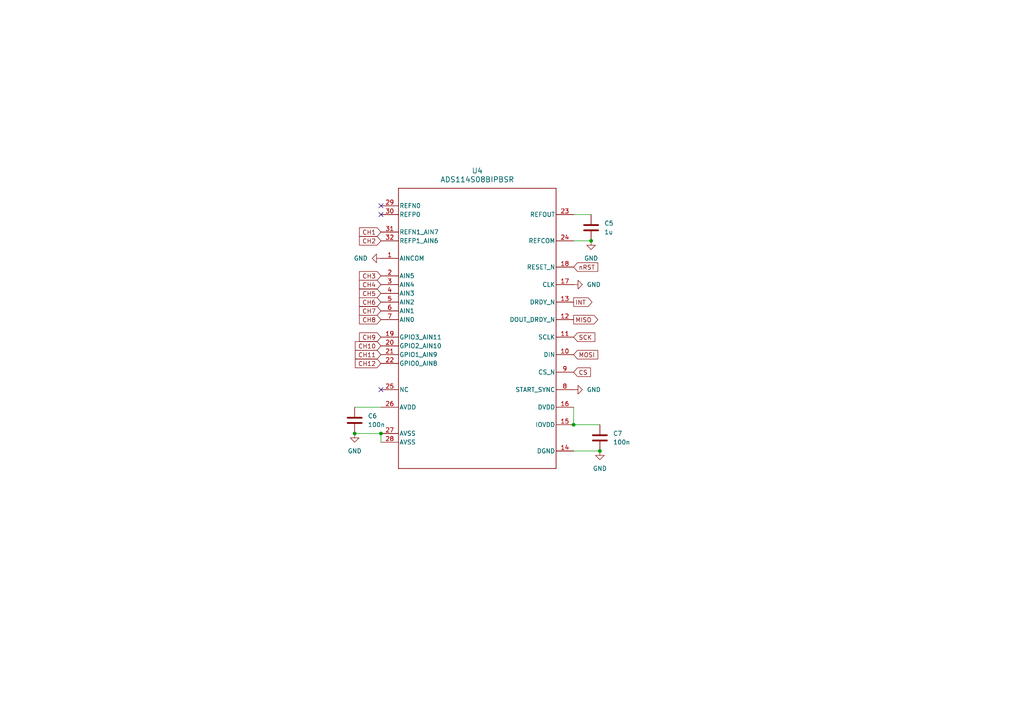
<source format=kicad_sch>
(kicad_sch
	(version 20231120)
	(generator "eeschema")
	(generator_version "8.0")
	(uuid "21bcb096-60dd-4bb2-a68d-afb7836c25e2")
	(paper "A4")
	(lib_symbols
		(symbol "ADS114S08:ADS114S08BIPBSR"
			(pin_names
				(offset 0.254)
			)
			(exclude_from_sim no)
			(in_bom yes)
			(on_board yes)
			(property "Reference" "U"
				(at 0 2.54 0)
				(effects
					(font
						(size 1.524 1.524)
					)
				)
			)
			(property "Value" "ADS114S08BIPBSR"
				(at 0 0 0)
				(effects
					(font
						(size 1.524 1.524)
					)
				)
			)
			(property "Footprint" "PBS0032A_N"
				(at 0 0 0)
				(effects
					(font
						(size 1.27 1.27)
						(italic yes)
					)
					(hide yes)
				)
			)
			(property "Datasheet" "ADS114S08BIPBSR"
				(at 0 0 0)
				(effects
					(font
						(size 1.27 1.27)
						(italic yes)
					)
					(hide yes)
				)
			)
			(property "Description" ""
				(at 0 0 0)
				(effects
					(font
						(size 1.27 1.27)
					)
					(hide yes)
				)
			)
			(property "ki_locked" ""
				(at 0 0 0)
				(effects
					(font
						(size 1.27 1.27)
					)
				)
			)
			(property "ki_keywords" "ADS114S08BIPBSR"
				(at 0 0 0)
				(effects
					(font
						(size 1.27 1.27)
					)
					(hide yes)
				)
			)
			(property "ki_fp_filters" "PBS0032A_N PBS0032A_M PBS0032A_L"
				(at 0 0 0)
				(effects
					(font
						(size 1.27 1.27)
					)
					(hide yes)
				)
			)
			(symbol "ADS114S08BIPBSR_0_1"
				(polyline
					(pts
						(xy -22.86 -40.64) (xy 22.86 -40.64)
					)
					(stroke
						(width 0.2032)
						(type default)
					)
					(fill
						(type none)
					)
				)
				(polyline
					(pts
						(xy -22.86 40.64) (xy -22.86 -40.64)
					)
					(stroke
						(width 0.2032)
						(type default)
					)
					(fill
						(type none)
					)
				)
				(polyline
					(pts
						(xy 22.86 -40.64) (xy 22.86 40.64)
					)
					(stroke
						(width 0.2032)
						(type default)
					)
					(fill
						(type none)
					)
				)
				(polyline
					(pts
						(xy 22.86 40.64) (xy -22.86 40.64)
					)
					(stroke
						(width 0.2032)
						(type default)
					)
					(fill
						(type none)
					)
				)
				(pin input line
					(at -27.94 20.32 0)
					(length 5.08)
					(name "AINCOM"
						(effects
							(font
								(size 1.27 1.27)
							)
						)
					)
					(number "1"
						(effects
							(font
								(size 1.27 1.27)
							)
						)
					)
				)
				(pin input line
					(at 27.94 -7.62 180)
					(length 5.08)
					(name "DIN"
						(effects
							(font
								(size 1.27 1.27)
							)
						)
					)
					(number "10"
						(effects
							(font
								(size 1.27 1.27)
							)
						)
					)
				)
				(pin input line
					(at 27.94 -2.54 180)
					(length 5.08)
					(name "SCLK"
						(effects
							(font
								(size 1.27 1.27)
							)
						)
					)
					(number "11"
						(effects
							(font
								(size 1.27 1.27)
							)
						)
					)
				)
				(pin output line
					(at 27.94 2.54 180)
					(length 5.08)
					(name "DOUT_DRDY_N"
						(effects
							(font
								(size 1.27 1.27)
							)
						)
					)
					(number "12"
						(effects
							(font
								(size 1.27 1.27)
							)
						)
					)
				)
				(pin output line
					(at 27.94 7.62 180)
					(length 5.08)
					(name "DRDY_N"
						(effects
							(font
								(size 1.27 1.27)
							)
						)
					)
					(number "13"
						(effects
							(font
								(size 1.27 1.27)
							)
						)
					)
				)
				(pin power_in line
					(at 27.94 -35.56 180)
					(length 5.08)
					(name "DGND"
						(effects
							(font
								(size 1.27 1.27)
							)
						)
					)
					(number "14"
						(effects
							(font
								(size 1.27 1.27)
							)
						)
					)
				)
				(pin power_in line
					(at 27.94 -27.94 180)
					(length 5.08)
					(name "IOVDD"
						(effects
							(font
								(size 1.27 1.27)
							)
						)
					)
					(number "15"
						(effects
							(font
								(size 1.27 1.27)
							)
						)
					)
				)
				(pin power_in line
					(at 27.94 -22.86 180)
					(length 5.08)
					(name "DVDD"
						(effects
							(font
								(size 1.27 1.27)
							)
						)
					)
					(number "16"
						(effects
							(font
								(size 1.27 1.27)
							)
						)
					)
				)
				(pin input line
					(at 27.94 12.7 180)
					(length 5.08)
					(name "CLK"
						(effects
							(font
								(size 1.27 1.27)
							)
						)
					)
					(number "17"
						(effects
							(font
								(size 1.27 1.27)
							)
						)
					)
				)
				(pin input line
					(at 27.94 17.78 180)
					(length 5.08)
					(name "RESET_N"
						(effects
							(font
								(size 1.27 1.27)
							)
						)
					)
					(number "18"
						(effects
							(font
								(size 1.27 1.27)
							)
						)
					)
				)
				(pin bidirectional line
					(at -27.94 -2.54 0)
					(length 5.08)
					(name "GPIO3_AIN11"
						(effects
							(font
								(size 1.27 1.27)
							)
						)
					)
					(number "19"
						(effects
							(font
								(size 1.27 1.27)
							)
						)
					)
				)
				(pin input line
					(at -27.94 15.24 0)
					(length 5.08)
					(name "AIN5"
						(effects
							(font
								(size 1.27 1.27)
							)
						)
					)
					(number "2"
						(effects
							(font
								(size 1.27 1.27)
							)
						)
					)
				)
				(pin bidirectional line
					(at -27.94 -5.08 0)
					(length 5.08)
					(name "GPIO2_AIN10"
						(effects
							(font
								(size 1.27 1.27)
							)
						)
					)
					(number "20"
						(effects
							(font
								(size 1.27 1.27)
							)
						)
					)
				)
				(pin bidirectional line
					(at -27.94 -7.62 0)
					(length 5.08)
					(name "GPIO1_AIN9"
						(effects
							(font
								(size 1.27 1.27)
							)
						)
					)
					(number "21"
						(effects
							(font
								(size 1.27 1.27)
							)
						)
					)
				)
				(pin bidirectional line
					(at -27.94 -10.16 0)
					(length 5.08)
					(name "GPIO0_AIN8"
						(effects
							(font
								(size 1.27 1.27)
							)
						)
					)
					(number "22"
						(effects
							(font
								(size 1.27 1.27)
							)
						)
					)
				)
				(pin power_in line
					(at 27.94 33.02 180)
					(length 5.08)
					(name "REFOUT"
						(effects
							(font
								(size 1.27 1.27)
							)
						)
					)
					(number "23"
						(effects
							(font
								(size 1.27 1.27)
							)
						)
					)
				)
				(pin power_in line
					(at 27.94 25.4 180)
					(length 5.08)
					(name "REFCOM"
						(effects
							(font
								(size 1.27 1.27)
							)
						)
					)
					(number "24"
						(effects
							(font
								(size 1.27 1.27)
							)
						)
					)
				)
				(pin unspecified line
					(at -27.94 -17.78 0)
					(length 5.08)
					(name "NC"
						(effects
							(font
								(size 1.27 1.27)
							)
						)
					)
					(number "25"
						(effects
							(font
								(size 1.27 1.27)
							)
						)
					)
				)
				(pin power_in line
					(at -27.94 -22.86 0)
					(length 5.08)
					(name "AVDD"
						(effects
							(font
								(size 1.27 1.27)
							)
						)
					)
					(number "26"
						(effects
							(font
								(size 1.27 1.27)
							)
						)
					)
				)
				(pin power_in line
					(at -27.94 -30.48 0)
					(length 5.08)
					(name "AVSS"
						(effects
							(font
								(size 1.27 1.27)
							)
						)
					)
					(number "27"
						(effects
							(font
								(size 1.27 1.27)
							)
						)
					)
				)
				(pin power_in line
					(at -27.94 -33.02 0)
					(length 5.08)
					(name "AVSS"
						(effects
							(font
								(size 1.27 1.27)
							)
						)
					)
					(number "28"
						(effects
							(font
								(size 1.27 1.27)
							)
						)
					)
				)
				(pin input line
					(at -27.94 35.56 0)
					(length 5.08)
					(name "REFN0"
						(effects
							(font
								(size 1.27 1.27)
							)
						)
					)
					(number "29"
						(effects
							(font
								(size 1.27 1.27)
							)
						)
					)
				)
				(pin input line
					(at -27.94 12.7 0)
					(length 5.08)
					(name "AIN4"
						(effects
							(font
								(size 1.27 1.27)
							)
						)
					)
					(number "3"
						(effects
							(font
								(size 1.27 1.27)
							)
						)
					)
				)
				(pin input line
					(at -27.94 33.02 0)
					(length 5.08)
					(name "REFP0"
						(effects
							(font
								(size 1.27 1.27)
							)
						)
					)
					(number "30"
						(effects
							(font
								(size 1.27 1.27)
							)
						)
					)
				)
				(pin input line
					(at -27.94 27.94 0)
					(length 5.08)
					(name "REFN1_AIN7"
						(effects
							(font
								(size 1.27 1.27)
							)
						)
					)
					(number "31"
						(effects
							(font
								(size 1.27 1.27)
							)
						)
					)
				)
				(pin input line
					(at -27.94 25.4 0)
					(length 5.08)
					(name "REFP1_AIN6"
						(effects
							(font
								(size 1.27 1.27)
							)
						)
					)
					(number "32"
						(effects
							(font
								(size 1.27 1.27)
							)
						)
					)
				)
				(pin input line
					(at -27.94 10.16 0)
					(length 5.08)
					(name "AIN3"
						(effects
							(font
								(size 1.27 1.27)
							)
						)
					)
					(number "4"
						(effects
							(font
								(size 1.27 1.27)
							)
						)
					)
				)
				(pin input line
					(at -27.94 7.62 0)
					(length 5.08)
					(name "AIN2"
						(effects
							(font
								(size 1.27 1.27)
							)
						)
					)
					(number "5"
						(effects
							(font
								(size 1.27 1.27)
							)
						)
					)
				)
				(pin input line
					(at -27.94 5.08 0)
					(length 5.08)
					(name "AIN1"
						(effects
							(font
								(size 1.27 1.27)
							)
						)
					)
					(number "6"
						(effects
							(font
								(size 1.27 1.27)
							)
						)
					)
				)
				(pin input line
					(at -27.94 2.54 0)
					(length 5.08)
					(name "AIN0"
						(effects
							(font
								(size 1.27 1.27)
							)
						)
					)
					(number "7"
						(effects
							(font
								(size 1.27 1.27)
							)
						)
					)
				)
				(pin input line
					(at 27.94 -17.78 180)
					(length 5.08)
					(name "START_SYNC"
						(effects
							(font
								(size 1.27 1.27)
							)
						)
					)
					(number "8"
						(effects
							(font
								(size 1.27 1.27)
							)
						)
					)
				)
				(pin input line
					(at 27.94 -12.7 180)
					(length 5.08)
					(name "CS_N"
						(effects
							(font
								(size 1.27 1.27)
							)
						)
					)
					(number "9"
						(effects
							(font
								(size 1.27 1.27)
							)
						)
					)
				)
			)
		)
		(symbol "Device:C"
			(pin_numbers hide)
			(pin_names
				(offset 0.254)
			)
			(exclude_from_sim no)
			(in_bom yes)
			(on_board yes)
			(property "Reference" "C"
				(at 0.635 2.54 0)
				(effects
					(font
						(size 1.27 1.27)
					)
					(justify left)
				)
			)
			(property "Value" "C"
				(at 0.635 -2.54 0)
				(effects
					(font
						(size 1.27 1.27)
					)
					(justify left)
				)
			)
			(property "Footprint" ""
				(at 0.9652 -3.81 0)
				(effects
					(font
						(size 1.27 1.27)
					)
					(hide yes)
				)
			)
			(property "Datasheet" "~"
				(at 0 0 0)
				(effects
					(font
						(size 1.27 1.27)
					)
					(hide yes)
				)
			)
			(property "Description" "Unpolarized capacitor"
				(at 0 0 0)
				(effects
					(font
						(size 1.27 1.27)
					)
					(hide yes)
				)
			)
			(property "ki_keywords" "cap capacitor"
				(at 0 0 0)
				(effects
					(font
						(size 1.27 1.27)
					)
					(hide yes)
				)
			)
			(property "ki_fp_filters" "C_*"
				(at 0 0 0)
				(effects
					(font
						(size 1.27 1.27)
					)
					(hide yes)
				)
			)
			(symbol "C_0_1"
				(polyline
					(pts
						(xy -2.032 -0.762) (xy 2.032 -0.762)
					)
					(stroke
						(width 0.508)
						(type default)
					)
					(fill
						(type none)
					)
				)
				(polyline
					(pts
						(xy -2.032 0.762) (xy 2.032 0.762)
					)
					(stroke
						(width 0.508)
						(type default)
					)
					(fill
						(type none)
					)
				)
			)
			(symbol "C_1_1"
				(pin passive line
					(at 0 3.81 270)
					(length 2.794)
					(name "~"
						(effects
							(font
								(size 1.27 1.27)
							)
						)
					)
					(number "1"
						(effects
							(font
								(size 1.27 1.27)
							)
						)
					)
				)
				(pin passive line
					(at 0 -3.81 90)
					(length 2.794)
					(name "~"
						(effects
							(font
								(size 1.27 1.27)
							)
						)
					)
					(number "2"
						(effects
							(font
								(size 1.27 1.27)
							)
						)
					)
				)
			)
		)
		(symbol "power:GND"
			(power)
			(pin_numbers hide)
			(pin_names
				(offset 0) hide)
			(exclude_from_sim no)
			(in_bom yes)
			(on_board yes)
			(property "Reference" "#PWR"
				(at 0 -6.35 0)
				(effects
					(font
						(size 1.27 1.27)
					)
					(hide yes)
				)
			)
			(property "Value" "GND"
				(at 0 -3.81 0)
				(effects
					(font
						(size 1.27 1.27)
					)
				)
			)
			(property "Footprint" ""
				(at 0 0 0)
				(effects
					(font
						(size 1.27 1.27)
					)
					(hide yes)
				)
			)
			(property "Datasheet" ""
				(at 0 0 0)
				(effects
					(font
						(size 1.27 1.27)
					)
					(hide yes)
				)
			)
			(property "Description" "Power symbol creates a global label with name \"GND\" , ground"
				(at 0 0 0)
				(effects
					(font
						(size 1.27 1.27)
					)
					(hide yes)
				)
			)
			(property "ki_keywords" "global power"
				(at 0 0 0)
				(effects
					(font
						(size 1.27 1.27)
					)
					(hide yes)
				)
			)
			(symbol "GND_0_1"
				(polyline
					(pts
						(xy 0 0) (xy 0 -1.27) (xy 1.27 -1.27) (xy 0 -2.54) (xy -1.27 -1.27) (xy 0 -1.27)
					)
					(stroke
						(width 0)
						(type default)
					)
					(fill
						(type none)
					)
				)
			)
			(symbol "GND_1_1"
				(pin power_in line
					(at 0 0 270)
					(length 0)
					(name "~"
						(effects
							(font
								(size 1.27 1.27)
							)
						)
					)
					(number "1"
						(effects
							(font
								(size 1.27 1.27)
							)
						)
					)
				)
			)
		)
	)
	(junction
		(at 102.87 125.73)
		(diameter 0)
		(color 0 0 0 0)
		(uuid "21cc8443-5169-42c9-83fa-e369f3fb06a7")
	)
	(junction
		(at 166.37 123.19)
		(diameter 0)
		(color 0 0 0 0)
		(uuid "4e3aa475-90b8-43b3-bc5a-eecc0f7f39bd")
	)
	(junction
		(at 110.49 125.73)
		(diameter 0)
		(color 0 0 0 0)
		(uuid "575d96fb-7416-4c94-ba94-c5ee6262220c")
	)
	(junction
		(at 173.99 130.81)
		(diameter 0)
		(color 0 0 0 0)
		(uuid "6098bd78-270c-442b-85cd-80669e59510f")
	)
	(junction
		(at 171.45 69.85)
		(diameter 0)
		(color 0 0 0 0)
		(uuid "aec7835d-0d10-4d57-ad07-c1eaddc76cd2")
	)
	(no_connect
		(at 110.49 113.03)
		(uuid "7f7c0e41-fcbf-49f0-944d-e3c9d64a437d")
	)
	(no_connect
		(at 110.49 59.69)
		(uuid "9280e3eb-bf01-4fef-8657-30a19ed3e0a1")
	)
	(no_connect
		(at 110.49 62.23)
		(uuid "ec03a835-0105-4ab2-b009-38de63a27bd0")
	)
	(wire
		(pts
			(xy 166.37 62.23) (xy 171.45 62.23)
		)
		(stroke
			(width 0)
			(type default)
		)
		(uuid "00aa985b-8a7e-4d61-8b20-354288de8428")
	)
	(wire
		(pts
			(xy 110.49 125.73) (xy 110.49 128.27)
		)
		(stroke
			(width 0)
			(type default)
		)
		(uuid "1b8aa319-6019-4b92-b1b6-ffbec148c19d")
	)
	(wire
		(pts
			(xy 102.87 125.73) (xy 110.49 125.73)
		)
		(stroke
			(width 0)
			(type default)
		)
		(uuid "2e4b7533-39b5-4e62-9338-0494af036fd0")
	)
	(wire
		(pts
			(xy 166.37 118.11) (xy 166.37 123.19)
		)
		(stroke
			(width 0)
			(type default)
		)
		(uuid "4d0d932c-3a2d-439f-8503-b7855a7ceeef")
	)
	(wire
		(pts
			(xy 166.37 123.19) (xy 173.99 123.19)
		)
		(stroke
			(width 0)
			(type default)
		)
		(uuid "636862ae-27dc-4c98-a469-ab0fde80cd4b")
	)
	(wire
		(pts
			(xy 166.37 130.81) (xy 173.99 130.81)
		)
		(stroke
			(width 0)
			(type default)
		)
		(uuid "82bf3168-14fe-4f32-9fa8-4012720fd7e1")
	)
	(wire
		(pts
			(xy 102.87 118.11) (xy 110.49 118.11)
		)
		(stroke
			(width 0)
			(type default)
		)
		(uuid "dda8d0de-e987-4a5c-93f4-f17946b34530")
	)
	(wire
		(pts
			(xy 166.37 69.85) (xy 171.45 69.85)
		)
		(stroke
			(width 0)
			(type default)
		)
		(uuid "fd76da9a-6663-4b08-92be-fa369a53bf2f")
	)
	(global_label "CH12"
		(shape input)
		(at 110.49 105.41 180)
		(fields_autoplaced yes)
		(effects
			(font
				(size 1.27 1.27)
			)
			(justify right)
		)
		(uuid "149e9235-eb15-45ba-ad9e-a00c6f1bf1d1")
		(property "Intersheetrefs" "${INTERSHEET_REFS}"
			(at 102.4853 105.41 0)
			(effects
				(font
					(size 1.27 1.27)
				)
				(justify right)
				(hide yes)
			)
		)
	)
	(global_label "SCK"
		(shape input)
		(at 166.37 97.79 0)
		(fields_autoplaced yes)
		(effects
			(font
				(size 1.27 1.27)
			)
			(justify left)
		)
		(uuid "323496ce-90b7-45cd-8865-ea20f8822e17")
		(property "Intersheetrefs" "${INTERSHEET_REFS}"
			(at 173.1047 97.79 0)
			(effects
				(font
					(size 1.27 1.27)
				)
				(justify left)
				(hide yes)
			)
		)
	)
	(global_label "CS"
		(shape input)
		(at 166.37 107.95 0)
		(fields_autoplaced yes)
		(effects
			(font
				(size 1.27 1.27)
			)
			(justify left)
		)
		(uuid "6abbeccf-cfd1-4daa-8427-5fb9555d3142")
		(property "Intersheetrefs" "${INTERSHEET_REFS}"
			(at 171.8347 107.95 0)
			(effects
				(font
					(size 1.27 1.27)
				)
				(justify left)
				(hide yes)
			)
		)
	)
	(global_label "CH1"
		(shape input)
		(at 110.49 67.31 180)
		(fields_autoplaced yes)
		(effects
			(font
				(size 1.27 1.27)
			)
			(justify right)
		)
		(uuid "6d94b0cf-eeee-4683-a799-16e4e10df138")
		(property "Intersheetrefs" "${INTERSHEET_REFS}"
			(at 103.6948 67.31 0)
			(effects
				(font
					(size 1.27 1.27)
				)
				(justify right)
				(hide yes)
			)
		)
	)
	(global_label "MISO"
		(shape output)
		(at 166.37 92.71 0)
		(fields_autoplaced yes)
		(effects
			(font
				(size 1.27 1.27)
			)
			(justify left)
		)
		(uuid "76803588-b1f9-45dc-9c30-75a9a37b01a1")
		(property "Intersheetrefs" "${INTERSHEET_REFS}"
			(at 173.9514 92.71 0)
			(effects
				(font
					(size 1.27 1.27)
				)
				(justify left)
				(hide yes)
			)
		)
	)
	(global_label "nRST"
		(shape input)
		(at 166.37 77.47 0)
		(fields_autoplaced yes)
		(effects
			(font
				(size 1.27 1.27)
			)
			(justify left)
		)
		(uuid "77e82750-2ee3-42ff-9766-7c1578655385")
		(property "Intersheetrefs" "${INTERSHEET_REFS}"
			(at 173.9513 77.47 0)
			(effects
				(font
					(size 1.27 1.27)
				)
				(justify left)
				(hide yes)
			)
		)
	)
	(global_label "INT"
		(shape output)
		(at 166.37 87.63 0)
		(fields_autoplaced yes)
		(effects
			(font
				(size 1.27 1.27)
			)
			(justify left)
		)
		(uuid "7d1edfd8-a7ee-409b-b81d-734aa7c72c9f")
		(property "Intersheetrefs" "${INTERSHEET_REFS}"
			(at 172.2581 87.63 0)
			(effects
				(font
					(size 1.27 1.27)
				)
				(justify left)
				(hide yes)
			)
		)
	)
	(global_label "CH6"
		(shape input)
		(at 110.49 87.63 180)
		(fields_autoplaced yes)
		(effects
			(font
				(size 1.27 1.27)
			)
			(justify right)
		)
		(uuid "82d0100c-97f3-4169-bc14-7eace3735461")
		(property "Intersheetrefs" "${INTERSHEET_REFS}"
			(at 103.6948 87.63 0)
			(effects
				(font
					(size 1.27 1.27)
				)
				(justify right)
				(hide yes)
			)
		)
	)
	(global_label "CH5"
		(shape input)
		(at 110.49 85.09 180)
		(fields_autoplaced yes)
		(effects
			(font
				(size 1.27 1.27)
			)
			(justify right)
		)
		(uuid "9634d10c-6571-4cb6-9b11-5afb306ab6c2")
		(property "Intersheetrefs" "${INTERSHEET_REFS}"
			(at 103.6948 85.09 0)
			(effects
				(font
					(size 1.27 1.27)
				)
				(justify right)
				(hide yes)
			)
		)
	)
	(global_label "CH2"
		(shape input)
		(at 110.49 69.85 180)
		(fields_autoplaced yes)
		(effects
			(font
				(size 1.27 1.27)
			)
			(justify right)
		)
		(uuid "a412df03-789c-4cf6-b4d4-0a46c63b6c12")
		(property "Intersheetrefs" "${INTERSHEET_REFS}"
			(at 103.6948 69.85 0)
			(effects
				(font
					(size 1.27 1.27)
				)
				(justify right)
				(hide yes)
			)
		)
	)
	(global_label "CH7"
		(shape input)
		(at 110.49 90.17 180)
		(fields_autoplaced yes)
		(effects
			(font
				(size 1.27 1.27)
			)
			(justify right)
		)
		(uuid "a5819476-ad5b-43a3-a6df-df9681cf4498")
		(property "Intersheetrefs" "${INTERSHEET_REFS}"
			(at 103.6948 90.17 0)
			(effects
				(font
					(size 1.27 1.27)
				)
				(justify right)
				(hide yes)
			)
		)
	)
	(global_label "MOSI"
		(shape input)
		(at 166.37 102.87 0)
		(fields_autoplaced yes)
		(effects
			(font
				(size 1.27 1.27)
			)
			(justify left)
		)
		(uuid "c1782e99-5bbb-4a44-9ddd-4ca5f73311a7")
		(property "Intersheetrefs" "${INTERSHEET_REFS}"
			(at 173.9514 102.87 0)
			(effects
				(font
					(size 1.27 1.27)
				)
				(justify left)
				(hide yes)
			)
		)
	)
	(global_label "CH11"
		(shape input)
		(at 110.49 102.87 180)
		(fields_autoplaced yes)
		(effects
			(font
				(size 1.27 1.27)
			)
			(justify right)
		)
		(uuid "c5d5c72b-4baf-40e1-8c9d-325d540496e5")
		(property "Intersheetrefs" "${INTERSHEET_REFS}"
			(at 102.4853 102.87 0)
			(effects
				(font
					(size 1.27 1.27)
				)
				(justify right)
				(hide yes)
			)
		)
	)
	(global_label "CH3"
		(shape input)
		(at 110.49 80.01 180)
		(fields_autoplaced yes)
		(effects
			(font
				(size 1.27 1.27)
			)
			(justify right)
		)
		(uuid "cb822126-6694-4e39-8222-ab173a56a78e")
		(property "Intersheetrefs" "${INTERSHEET_REFS}"
			(at 103.6948 80.01 0)
			(effects
				(font
					(size 1.27 1.27)
				)
				(justify right)
				(hide yes)
			)
		)
	)
	(global_label "CH4"
		(shape input)
		(at 110.49 82.55 180)
		(fields_autoplaced yes)
		(effects
			(font
				(size 1.27 1.27)
			)
			(justify right)
		)
		(uuid "e57059ae-1647-46ff-9516-5c99c63b5c4b")
		(property "Intersheetrefs" "${INTERSHEET_REFS}"
			(at 103.6948 82.55 0)
			(effects
				(font
					(size 1.27 1.27)
				)
				(justify right)
				(hide yes)
			)
		)
	)
	(global_label "CH10"
		(shape input)
		(at 110.49 100.33 180)
		(fields_autoplaced yes)
		(effects
			(font
				(size 1.27 1.27)
			)
			(justify right)
		)
		(uuid "eb480d5c-6968-40d7-853f-fe978833ea31")
		(property "Intersheetrefs" "${INTERSHEET_REFS}"
			(at 102.4853 100.33 0)
			(effects
				(font
					(size 1.27 1.27)
				)
				(justify right)
				(hide yes)
			)
		)
	)
	(global_label "CH8"
		(shape input)
		(at 110.49 92.71 180)
		(fields_autoplaced yes)
		(effects
			(font
				(size 1.27 1.27)
			)
			(justify right)
		)
		(uuid "f20f09ad-0035-42ee-870b-2ff7c255e34a")
		(property "Intersheetrefs" "${INTERSHEET_REFS}"
			(at 103.6948 92.71 0)
			(effects
				(font
					(size 1.27 1.27)
				)
				(justify right)
				(hide yes)
			)
		)
	)
	(global_label "CH9"
		(shape input)
		(at 110.49 97.79 180)
		(fields_autoplaced yes)
		(effects
			(font
				(size 1.27 1.27)
			)
			(justify right)
		)
		(uuid "f8599824-bf89-402a-b12b-9fe70509060a")
		(property "Intersheetrefs" "${INTERSHEET_REFS}"
			(at 103.6948 97.79 0)
			(effects
				(font
					(size 1.27 1.27)
				)
				(justify right)
				(hide yes)
			)
		)
	)
	(symbol
		(lib_id "Device:C")
		(at 173.99 127 0)
		(unit 1)
		(exclude_from_sim no)
		(in_bom yes)
		(on_board yes)
		(dnp no)
		(fields_autoplaced yes)
		(uuid "11b6f51a-7927-4f1e-8e4c-a6ed7a1d839b")
		(property "Reference" "C7"
			(at 177.8 125.7299 0)
			(effects
				(font
					(size 1.27 1.27)
				)
				(justify left)
			)
		)
		(property "Value" "100n"
			(at 177.8 128.2699 0)
			(effects
				(font
					(size 1.27 1.27)
				)
				(justify left)
			)
		)
		(property "Footprint" "Capacitor_SMD:C_0603_1608Metric"
			(at 174.9552 130.81 0)
			(effects
				(font
					(size 1.27 1.27)
				)
				(hide yes)
			)
		)
		(property "Datasheet" "~"
			(at 173.99 127 0)
			(effects
				(font
					(size 1.27 1.27)
				)
				(hide yes)
			)
		)
		(property "Description" "Unpolarized capacitor"
			(at 173.99 127 0)
			(effects
				(font
					(size 1.27 1.27)
				)
				(hide yes)
			)
		)
		(pin "2"
			(uuid "e05e3d41-c88e-4d21-8495-6993f330ca4c")
		)
		(pin "1"
			(uuid "6be68cbc-3ea9-4d0d-8eee-d58af6935266")
		)
		(instances
			(project "modvolt"
				(path "/2323f1e2-9577-4118-b908-c70c0bd96db3/074c52f4-9251-4301-89ce-10937cc38506"
					(reference "C7")
					(unit 1)
				)
			)
		)
	)
	(symbol
		(lib_id "power:GND")
		(at 110.49 74.93 270)
		(unit 1)
		(exclude_from_sim no)
		(in_bom yes)
		(on_board yes)
		(dnp no)
		(fields_autoplaced yes)
		(uuid "1cb7b36e-3f10-4757-bb13-48014fbddfa8")
		(property "Reference" "#PWR038"
			(at 104.14 74.93 0)
			(effects
				(font
					(size 1.27 1.27)
				)
				(hide yes)
			)
		)
		(property "Value" "GND"
			(at 106.68 74.9299 90)
			(effects
				(font
					(size 1.27 1.27)
				)
				(justify right)
			)
		)
		(property "Footprint" ""
			(at 110.49 74.93 0)
			(effects
				(font
					(size 1.27 1.27)
				)
				(hide yes)
			)
		)
		(property "Datasheet" ""
			(at 110.49 74.93 0)
			(effects
				(font
					(size 1.27 1.27)
				)
				(hide yes)
			)
		)
		(property "Description" "Power symbol creates a global label with name \"GND\" , ground"
			(at 110.49 74.93 0)
			(effects
				(font
					(size 1.27 1.27)
				)
				(hide yes)
			)
		)
		(pin "1"
			(uuid "c546f80a-bdd6-4d59-859d-e6c11c404ac0")
		)
		(instances
			(project "modvolt"
				(path "/2323f1e2-9577-4118-b908-c70c0bd96db3/074c52f4-9251-4301-89ce-10937cc38506"
					(reference "#PWR038")
					(unit 1)
				)
			)
		)
	)
	(symbol
		(lib_id "Device:C")
		(at 171.45 66.04 0)
		(unit 1)
		(exclude_from_sim no)
		(in_bom yes)
		(on_board yes)
		(dnp no)
		(fields_autoplaced yes)
		(uuid "3620c9ed-3596-4348-a915-dd102e79ae80")
		(property "Reference" "C5"
			(at 175.26 64.7699 0)
			(effects
				(font
					(size 1.27 1.27)
				)
				(justify left)
			)
		)
		(property "Value" "1u"
			(at 175.26 67.3099 0)
			(effects
				(font
					(size 1.27 1.27)
				)
				(justify left)
			)
		)
		(property "Footprint" "Capacitor_SMD:C_0603_1608Metric"
			(at 172.4152 69.85 0)
			(effects
				(font
					(size 1.27 1.27)
				)
				(hide yes)
			)
		)
		(property "Datasheet" "~"
			(at 171.45 66.04 0)
			(effects
				(font
					(size 1.27 1.27)
				)
				(hide yes)
			)
		)
		(property "Description" "Unpolarized capacitor"
			(at 171.45 66.04 0)
			(effects
				(font
					(size 1.27 1.27)
				)
				(hide yes)
			)
		)
		(pin "2"
			(uuid "c7956544-a0bc-4b6d-954d-0a55dc8c3db3")
		)
		(pin "1"
			(uuid "0ccc3c14-6e48-44f3-b64d-28c4b3dc2676")
		)
		(instances
			(project ""
				(path "/2323f1e2-9577-4118-b908-c70c0bd96db3/074c52f4-9251-4301-89ce-10937cc38506"
					(reference "C5")
					(unit 1)
				)
			)
		)
	)
	(symbol
		(lib_id "power:GND")
		(at 171.45 69.85 0)
		(unit 1)
		(exclude_from_sim no)
		(in_bom yes)
		(on_board yes)
		(dnp no)
		(fields_autoplaced yes)
		(uuid "4b858b2a-26ed-4c33-8ea1-43b3339bc326")
		(property "Reference" "#PWR035"
			(at 171.45 76.2 0)
			(effects
				(font
					(size 1.27 1.27)
				)
				(hide yes)
			)
		)
		(property "Value" "GND"
			(at 171.45 74.93 0)
			(effects
				(font
					(size 1.27 1.27)
				)
			)
		)
		(property "Footprint" ""
			(at 171.45 69.85 0)
			(effects
				(font
					(size 1.27 1.27)
				)
				(hide yes)
			)
		)
		(property "Datasheet" ""
			(at 171.45 69.85 0)
			(effects
				(font
					(size 1.27 1.27)
				)
				(hide yes)
			)
		)
		(property "Description" "Power symbol creates a global label with name \"GND\" , ground"
			(at 171.45 69.85 0)
			(effects
				(font
					(size 1.27 1.27)
				)
				(hide yes)
			)
		)
		(pin "1"
			(uuid "7b884fbe-324b-4305-9820-94258cddc866")
		)
		(instances
			(project "modvolt"
				(path "/2323f1e2-9577-4118-b908-c70c0bd96db3/074c52f4-9251-4301-89ce-10937cc38506"
					(reference "#PWR035")
					(unit 1)
				)
			)
		)
	)
	(symbol
		(lib_id "power:GND")
		(at 166.37 82.55 90)
		(unit 1)
		(exclude_from_sim no)
		(in_bom yes)
		(on_board yes)
		(dnp no)
		(fields_autoplaced yes)
		(uuid "57b9a8f9-d99b-4f08-9106-6f5521a3463c")
		(property "Reference" "#PWR039"
			(at 172.72 82.55 0)
			(effects
				(font
					(size 1.27 1.27)
				)
				(hide yes)
			)
		)
		(property "Value" "GND"
			(at 170.18 82.5499 90)
			(effects
				(font
					(size 1.27 1.27)
				)
				(justify right)
			)
		)
		(property "Footprint" ""
			(at 166.37 82.55 0)
			(effects
				(font
					(size 1.27 1.27)
				)
				(hide yes)
			)
		)
		(property "Datasheet" ""
			(at 166.37 82.55 0)
			(effects
				(font
					(size 1.27 1.27)
				)
				(hide yes)
			)
		)
		(property "Description" "Power symbol creates a global label with name \"GND\" , ground"
			(at 166.37 82.55 0)
			(effects
				(font
					(size 1.27 1.27)
				)
				(hide yes)
			)
		)
		(pin "1"
			(uuid "f0e25fa1-db67-469c-9a88-a8793eaef459")
		)
		(instances
			(project "modvolt"
				(path "/2323f1e2-9577-4118-b908-c70c0bd96db3/074c52f4-9251-4301-89ce-10937cc38506"
					(reference "#PWR039")
					(unit 1)
				)
			)
		)
	)
	(symbol
		(lib_id "power:GND")
		(at 173.99 130.81 0)
		(unit 1)
		(exclude_from_sim no)
		(in_bom yes)
		(on_board yes)
		(dnp no)
		(fields_autoplaced yes)
		(uuid "5e3b7109-d9ad-4427-82a4-99f4321c3223")
		(property "Reference" "#PWR036"
			(at 173.99 137.16 0)
			(effects
				(font
					(size 1.27 1.27)
				)
				(hide yes)
			)
		)
		(property "Value" "GND"
			(at 173.99 135.89 0)
			(effects
				(font
					(size 1.27 1.27)
				)
			)
		)
		(property "Footprint" ""
			(at 173.99 130.81 0)
			(effects
				(font
					(size 1.27 1.27)
				)
				(hide yes)
			)
		)
		(property "Datasheet" ""
			(at 173.99 130.81 0)
			(effects
				(font
					(size 1.27 1.27)
				)
				(hide yes)
			)
		)
		(property "Description" "Power symbol creates a global label with name \"GND\" , ground"
			(at 173.99 130.81 0)
			(effects
				(font
					(size 1.27 1.27)
				)
				(hide yes)
			)
		)
		(pin "1"
			(uuid "e2eeb778-6b34-4db4-bb76-55074d13cf9b")
		)
		(instances
			(project "modvolt"
				(path "/2323f1e2-9577-4118-b908-c70c0bd96db3/074c52f4-9251-4301-89ce-10937cc38506"
					(reference "#PWR036")
					(unit 1)
				)
			)
		)
	)
	(symbol
		(lib_id "ADS114S08:ADS114S08BIPBSR")
		(at 138.43 95.25 0)
		(unit 1)
		(exclude_from_sim no)
		(in_bom yes)
		(on_board yes)
		(dnp no)
		(fields_autoplaced yes)
		(uuid "61eef322-225c-4f4e-8d69-0b9f10422c7f")
		(property "Reference" "U4"
			(at 138.43 49.53 0)
			(effects
				(font
					(size 1.524 1.524)
				)
			)
		)
		(property "Value" "ADS114S08BIPBSR"
			(at 138.43 52.07 0)
			(effects
				(font
					(size 1.524 1.524)
				)
			)
		)
		(property "Footprint" "PBS0032A_N"
			(at 138.43 95.25 0)
			(effects
				(font
					(size 1.27 1.27)
					(italic yes)
				)
				(hide yes)
			)
		)
		(property "Datasheet" "ADS114S08BIPBSR"
			(at 138.43 95.25 0)
			(effects
				(font
					(size 1.27 1.27)
					(italic yes)
				)
				(hide yes)
			)
		)
		(property "Description" ""
			(at 138.43 95.25 0)
			(effects
				(font
					(size 1.27 1.27)
				)
				(hide yes)
			)
		)
		(pin "23"
			(uuid "26edbb17-221c-4f29-827f-1cf768e64972")
		)
		(pin "27"
			(uuid "ba97e923-709d-4f7e-b56b-1eb28203c99d")
		)
		(pin "30"
			(uuid "05e4240b-2d33-4507-b9e2-bf5e05e33aac")
		)
		(pin "32"
			(uuid "abda77f9-7cf7-4ca8-9850-29ec010ff15f")
		)
		(pin "18"
			(uuid "f0440919-77b3-4c97-a4d4-88dcc7603b66")
		)
		(pin "20"
			(uuid "53f8f248-b8e2-41ab-9669-360beecc5aac")
		)
		(pin "22"
			(uuid "18d0c0ac-d82c-4a79-8ee0-9e5557fc5f63")
		)
		(pin "16"
			(uuid "2d20a19b-31c1-45a7-864c-1b11ce7ad5f7")
		)
		(pin "19"
			(uuid "0a073652-db98-4310-a593-ec4725aa10cc")
		)
		(pin "21"
			(uuid "382d012c-364b-49bd-a4ce-f49f76f5262d")
		)
		(pin "25"
			(uuid "b48a967b-37a2-4943-adfe-97be1611ef5f")
		)
		(pin "7"
			(uuid "9dba59fb-546f-4e71-8933-96988695cb27")
		)
		(pin "26"
			(uuid "5b5a563d-693e-4e41-938f-9bd054f89fc0")
		)
		(pin "31"
			(uuid "f5bfbe0c-cc1f-4234-a5db-dc563a3d828a")
		)
		(pin "10"
			(uuid "dbc4e9f3-738d-446a-83fb-69522653c7c2")
		)
		(pin "13"
			(uuid "8f9a4ded-6bdd-48b0-9218-37a7d1eb6884")
		)
		(pin "14"
			(uuid "808127d8-b65a-4e0f-a429-ebacc5e38fef")
		)
		(pin "11"
			(uuid "4b5b63d5-1ec2-47ad-ac48-97ae9f4ab868")
		)
		(pin "24"
			(uuid "699c9bf2-f96c-42d3-90dc-b1c64aa9925c")
		)
		(pin "29"
			(uuid "fc5d6636-7931-46f5-806c-a2779e0c99fa")
		)
		(pin "8"
			(uuid "0907656d-0776-425e-8bb8-acc3b20c3767")
		)
		(pin "15"
			(uuid "608e6094-4cc6-4e6c-b9b8-ac20de73a9a4")
		)
		(pin "1"
			(uuid "77820e93-89ef-4760-a3d6-d2ba28461ea2")
		)
		(pin "6"
			(uuid "f0ebddcd-5e3c-494c-b255-8727b964e854")
		)
		(pin "4"
			(uuid "ffa1f05d-da1d-47f0-aeac-028975635a52")
		)
		(pin "17"
			(uuid "4a46d191-19cd-4645-8d05-fd62363adfc4")
		)
		(pin "12"
			(uuid "10bcae8a-fcb7-4d1d-8420-6d2528f157c6")
		)
		(pin "3"
			(uuid "4b398443-cb26-42ea-b874-fe42075bac8b")
		)
		(pin "28"
			(uuid "59c95923-ca9e-4feb-ae7d-1d20f621d180")
		)
		(pin "5"
			(uuid "faa8562b-0879-4c54-850b-2e8b0812365e")
		)
		(pin "9"
			(uuid "29f38e92-2892-4455-b964-f612fd28abd3")
		)
		(pin "2"
			(uuid "0b6e7018-5f3f-4362-b19f-a43414da404f")
		)
		(instances
			(project ""
				(path "/2323f1e2-9577-4118-b908-c70c0bd96db3/074c52f4-9251-4301-89ce-10937cc38506"
					(reference "U4")
					(unit 1)
				)
			)
		)
	)
	(symbol
		(lib_id "power:GND")
		(at 102.87 125.73 0)
		(unit 1)
		(exclude_from_sim no)
		(in_bom yes)
		(on_board yes)
		(dnp no)
		(fields_autoplaced yes)
		(uuid "b847b082-da74-4622-8780-9e78d41f708a")
		(property "Reference" "#PWR037"
			(at 102.87 132.08 0)
			(effects
				(font
					(size 1.27 1.27)
				)
				(hide yes)
			)
		)
		(property "Value" "GND"
			(at 102.87 130.81 0)
			(effects
				(font
					(size 1.27 1.27)
				)
			)
		)
		(property "Footprint" ""
			(at 102.87 125.73 0)
			(effects
				(font
					(size 1.27 1.27)
				)
				(hide yes)
			)
		)
		(property "Datasheet" ""
			(at 102.87 125.73 0)
			(effects
				(font
					(size 1.27 1.27)
				)
				(hide yes)
			)
		)
		(property "Description" "Power symbol creates a global label with name \"GND\" , ground"
			(at 102.87 125.73 0)
			(effects
				(font
					(size 1.27 1.27)
				)
				(hide yes)
			)
		)
		(pin "1"
			(uuid "d8bb32c3-103f-4044-8ce9-3bba8ea780cf")
		)
		(instances
			(project "modvolt"
				(path "/2323f1e2-9577-4118-b908-c70c0bd96db3/074c52f4-9251-4301-89ce-10937cc38506"
					(reference "#PWR037")
					(unit 1)
				)
			)
		)
	)
	(symbol
		(lib_id "power:GND")
		(at 166.37 113.03 90)
		(unit 1)
		(exclude_from_sim no)
		(in_bom yes)
		(on_board yes)
		(dnp no)
		(fields_autoplaced yes)
		(uuid "e57aed3e-9763-4f92-9e92-ba4e7690443d")
		(property "Reference" "#PWR040"
			(at 172.72 113.03 0)
			(effects
				(font
					(size 1.27 1.27)
				)
				(hide yes)
			)
		)
		(property "Value" "GND"
			(at 170.18 113.0299 90)
			(effects
				(font
					(size 1.27 1.27)
				)
				(justify right)
			)
		)
		(property "Footprint" ""
			(at 166.37 113.03 0)
			(effects
				(font
					(size 1.27 1.27)
				)
				(hide yes)
			)
		)
		(property "Datasheet" ""
			(at 166.37 113.03 0)
			(effects
				(font
					(size 1.27 1.27)
				)
				(hide yes)
			)
		)
		(property "Description" "Power symbol creates a global label with name \"GND\" , ground"
			(at 166.37 113.03 0)
			(effects
				(font
					(size 1.27 1.27)
				)
				(hide yes)
			)
		)
		(pin "1"
			(uuid "44ae8464-de53-4798-b0c8-39f6b442cda7")
		)
		(instances
			(project "modvolt"
				(path "/2323f1e2-9577-4118-b908-c70c0bd96db3/074c52f4-9251-4301-89ce-10937cc38506"
					(reference "#PWR040")
					(unit 1)
				)
			)
		)
	)
	(symbol
		(lib_id "Device:C")
		(at 102.87 121.92 0)
		(unit 1)
		(exclude_from_sim no)
		(in_bom yes)
		(on_board yes)
		(dnp no)
		(fields_autoplaced yes)
		(uuid "f30392ed-d19d-4d19-8c48-e7ac3c25fe64")
		(property "Reference" "C6"
			(at 106.68 120.6499 0)
			(effects
				(font
					(size 1.27 1.27)
				)
				(justify left)
			)
		)
		(property "Value" "100n"
			(at 106.68 123.1899 0)
			(effects
				(font
					(size 1.27 1.27)
				)
				(justify left)
			)
		)
		(property "Footprint" "Capacitor_SMD:C_0603_1608Metric"
			(at 103.8352 125.73 0)
			(effects
				(font
					(size 1.27 1.27)
				)
				(hide yes)
			)
		)
		(property "Datasheet" "~"
			(at 102.87 121.92 0)
			(effects
				(font
					(size 1.27 1.27)
				)
				(hide yes)
			)
		)
		(property "Description" "Unpolarized capacitor"
			(at 102.87 121.92 0)
			(effects
				(font
					(size 1.27 1.27)
				)
				(hide yes)
			)
		)
		(pin "2"
			(uuid "1dd13cc9-f14c-4046-9ef7-8278a8ccaf93")
		)
		(pin "1"
			(uuid "7e511e7a-a4d8-4951-be2e-c4de7442c8a6")
		)
		(instances
			(project "modvolt"
				(path "/2323f1e2-9577-4118-b908-c70c0bd96db3/074c52f4-9251-4301-89ce-10937cc38506"
					(reference "C6")
					(unit 1)
				)
			)
		)
	)
)

</source>
